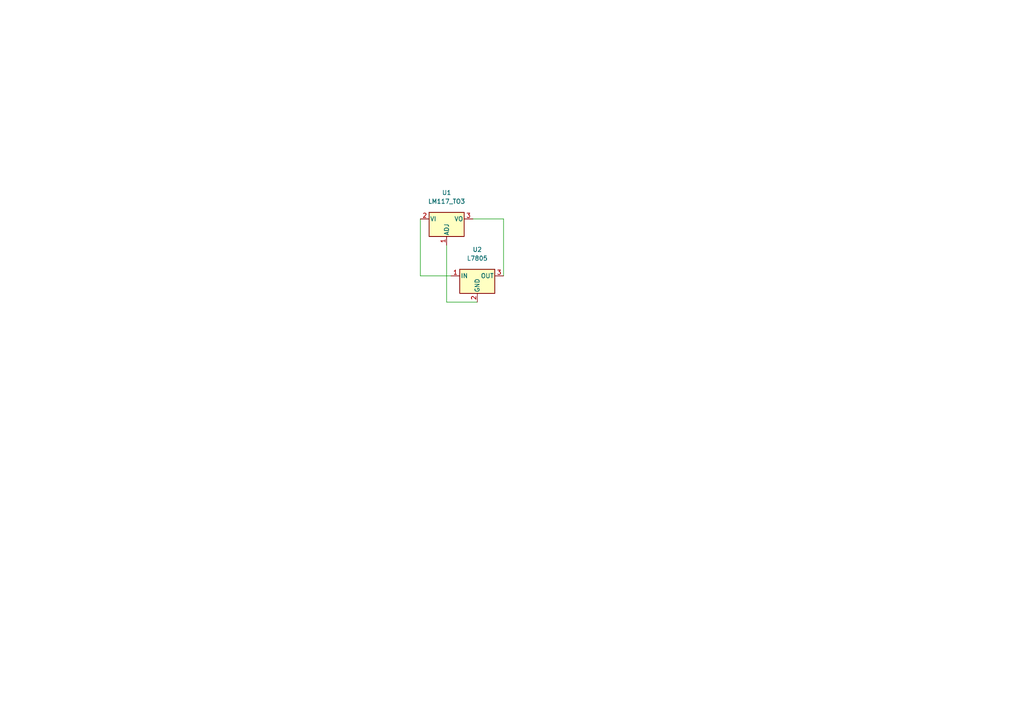
<source format=kicad_sch>
(kicad_sch (version 20211123) (generator eeschema)
  (paper "A4")
  (lib_symbols
    (symbol "Regulator_Linear:L7805" (pin_names (offset 0.254))
      (property "Reference" "U" (at -3.81 3.175 0))
      (property "Value" "L7805" (at 0 3.175 0))
      (symbol "L7805_0_1"
        (rectangle (start -5.08 1.905) (end 5.08 -5.08) (stroke (width 0.254)) (fill (type background)))
      )
      (symbol "L7805_1_1"
        (pin power_in line (at -7.62 0 0) (length 2.54) (name "IN") (number "1"))
        (pin power_in line (at 0 -7.62 90) (length 2.54) (name "GND") (number "2"))
        (pin power_out line (at 7.62 0 180) (length 2.54) (name "OUT") (number "3"))
      )
    )
    (symbol "Regulator_Linear:LM117_TO3" (pin_names (offset 0.254))
      (property "Reference" "U" (at -3.81 3.175 0))
      (property "Value" "LM117_TO3" (at 0 3.175 0))
      (symbol "LM117_TO3_0_1"
        (rectangle (start -5.08 1.905) (end 5.08 -5.08) (stroke (width 0.254)) (fill (type background)))
      )
      (symbol "LM117_TO3_1_1"
        (pin input line (at 0 -7.62 90) (length 2.54) (name "ADJ") (number "1"))
        (pin power_in line (at -7.62 0 0) (length 2.54) (name "VI") (number "2"))
        (pin power_out line (at 7.62 0 180) (length 2.54) (name "VO") (number "3"))
      )
    )
  )
  (wire (pts (xy 146.05 63.5) (xy 137.16 63.5)))
  (wire (pts (xy 129.54 71.12) (xy 129.54 87.63)))
  (wire (pts (xy 129.54 87.63) (xy 138.43 87.63)))
  (wire (pts (xy 130.81 80.01) (xy 121.92 80.01)))
  (wire (pts (xy 146.05 80.01) (xy 146.05 63.5)))
  (wire (pts (xy 121.92 80.01) (xy 121.92 63.5)))
  (symbol (lib_id "Regulator_Linear:LM117_TO3") (at 129.54 63.5 0) (unit 1)
    (property "Reference" "U1" (at 129.54 55.88 0))
    (property "Value" "LM117_TO3" (at 129.54 58.42 0))
    (property "Footprint" "Package_TO_SOT_THT:TO-3" (effects hide))
    (property "Datasheet" "http://www.ti.com/lit/ds/symlink/lm317.pdf" (effects hide))
  )
  (symbol (lib_id "Regulator_Linear:L7805") (at 138.43 80.01 0) (unit 1)
    (property "Reference" "U2" (at 138.43 72.39 0))
    (property "Value" "L7805" (at 138.43 74.93 0))
    (property "Footprint" "Package_TO_SOT_THT:TO-220-3_Horizontal_TabDown" (effects hide))
    (property "Datasheet" "http://www.st.com/content/ccc/resource/technical/document/datasheet/41/4f/b3/b0/12/d4/47/88/CD00000444.pdf/files/CD00000444.pdf/jcr:content/translations/en.CD00000444.pdf" (effects hide))
  )
)
</source>
